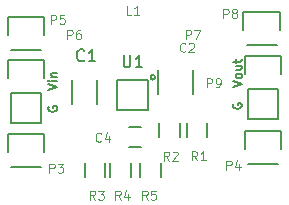
<source format=gto>
G04 #@! TF.FileFunction,Legend,Top*
%FSLAX46Y46*%
G04 Gerber Fmt 4.6, Leading zero omitted, Abs format (unit mm)*
G04 Created by KiCad (PCBNEW 0.201508140901+6091~28~ubuntu14.04.1-product) date Thu 22 Oct 2015 10:39:48 PM CEST*
%MOMM*%
G01*
G04 APERTURE LIST*
%ADD10C,0.127000*%
%ADD11C,0.150000*%
%ADD12C,0.101600*%
G04 APERTURE END LIST*
D10*
X154305000Y-95467715D02*
X154268714Y-95540286D01*
X154268714Y-95649143D01*
X154305000Y-95758000D01*
X154377571Y-95830572D01*
X154450143Y-95866857D01*
X154595286Y-95903143D01*
X154704143Y-95903143D01*
X154849286Y-95866857D01*
X154921857Y-95830572D01*
X154994429Y-95758000D01*
X155030714Y-95649143D01*
X155030714Y-95576572D01*
X154994429Y-95467715D01*
X154958143Y-95431429D01*
X154704143Y-95431429D01*
X154704143Y-95576572D01*
X154268714Y-94052573D02*
X155030714Y-93798573D01*
X154268714Y-93544573D01*
X155030714Y-93181715D02*
X154994429Y-93254287D01*
X154958143Y-93290572D01*
X154885571Y-93326858D01*
X154667857Y-93326858D01*
X154595286Y-93290572D01*
X154559000Y-93254287D01*
X154522714Y-93181715D01*
X154522714Y-93072858D01*
X154559000Y-93000287D01*
X154595286Y-92964001D01*
X154667857Y-92927715D01*
X154885571Y-92927715D01*
X154958143Y-92964001D01*
X154994429Y-93000287D01*
X155030714Y-93072858D01*
X155030714Y-93181715D01*
X154522714Y-92274572D02*
X155030714Y-92274572D01*
X154522714Y-92601143D02*
X154921857Y-92601143D01*
X154994429Y-92564858D01*
X155030714Y-92492286D01*
X155030714Y-92383429D01*
X154994429Y-92310858D01*
X154958143Y-92274572D01*
X154522714Y-92020572D02*
X154522714Y-91730286D01*
X154268714Y-91911714D02*
X154921857Y-91911714D01*
X154994429Y-91875429D01*
X155030714Y-91802857D01*
X155030714Y-91730286D01*
X138684000Y-95721714D02*
X138647714Y-95794285D01*
X138647714Y-95903142D01*
X138684000Y-96011999D01*
X138756571Y-96084571D01*
X138829143Y-96120856D01*
X138974286Y-96157142D01*
X139083143Y-96157142D01*
X139228286Y-96120856D01*
X139300857Y-96084571D01*
X139373429Y-96011999D01*
X139409714Y-95903142D01*
X139409714Y-95830571D01*
X139373429Y-95721714D01*
X139337143Y-95685428D01*
X139083143Y-95685428D01*
X139083143Y-95830571D01*
X138647714Y-94306572D02*
X139409714Y-94052572D01*
X138647714Y-93798572D01*
X139409714Y-93544571D02*
X138901714Y-93544571D01*
X138647714Y-93544571D02*
X138684000Y-93580857D01*
X138720286Y-93544571D01*
X138684000Y-93508286D01*
X138647714Y-93544571D01*
X138720286Y-93544571D01*
X138901714Y-93181714D02*
X139409714Y-93181714D01*
X138974286Y-93181714D02*
X138938000Y-93145429D01*
X138901714Y-93072857D01*
X138901714Y-92964000D01*
X138938000Y-92891429D01*
X139010571Y-92855143D01*
X139409714Y-92855143D01*
D11*
X150877800Y-94649800D02*
X150877800Y-92649800D01*
X147927800Y-92649800D02*
X147927800Y-94649800D01*
X146473800Y-97448000D02*
X145473800Y-97448000D01*
X145473800Y-99148000D02*
X146473800Y-99148000D01*
X138049000Y-94615000D02*
X138049000Y-97155000D01*
X138329000Y-91795000D02*
X138329000Y-93345000D01*
X138049000Y-94615000D02*
X135509000Y-94615000D01*
X135229000Y-93345000D02*
X135229000Y-91795000D01*
X135229000Y-91795000D02*
X138329000Y-91795000D01*
X135509000Y-94615000D02*
X135509000Y-97155000D01*
X135509000Y-97155000D02*
X138049000Y-97155000D01*
X158115000Y-94234000D02*
X158115000Y-96774000D01*
X158395000Y-91414000D02*
X158395000Y-92964000D01*
X158115000Y-94234000D02*
X155575000Y-94234000D01*
X155295000Y-92964000D02*
X155295000Y-91414000D01*
X155295000Y-91414000D02*
X158395000Y-91414000D01*
X155575000Y-94234000D02*
X155575000Y-96774000D01*
X155575000Y-96774000D02*
X158115000Y-96774000D01*
X138329000Y-98018000D02*
X138329000Y-99568000D01*
X135229000Y-99568000D02*
X135229000Y-98018000D01*
X135229000Y-98018000D02*
X138329000Y-98018000D01*
X135509000Y-100838000D02*
X138049000Y-100838000D01*
X158395000Y-97764000D02*
X158395000Y-99314000D01*
X155295000Y-99314000D02*
X155295000Y-97764000D01*
X155295000Y-97764000D02*
X158395000Y-97764000D01*
X155575000Y-100584000D02*
X158115000Y-100584000D01*
X138329000Y-88112000D02*
X138329000Y-89662000D01*
X135229000Y-89662000D02*
X135229000Y-88112000D01*
X135229000Y-88112000D02*
X138329000Y-88112000D01*
X135509000Y-90932000D02*
X138049000Y-90932000D01*
X158268000Y-87731000D02*
X158268000Y-89281000D01*
X155168000Y-89281000D02*
X155168000Y-87731000D01*
X155168000Y-87731000D02*
X158268000Y-87731000D01*
X155448000Y-90551000D02*
X157988000Y-90551000D01*
X152132000Y-97088400D02*
X152132000Y-98288400D01*
X150382000Y-98288400D02*
X150382000Y-97088400D01*
X148070600Y-98313800D02*
X148070600Y-97113800D01*
X149820600Y-97113800D02*
X149820600Y-98313800D01*
X141746000Y-101692000D02*
X141746000Y-100492000D01*
X143496000Y-100492000D02*
X143496000Y-101692000D01*
X145655000Y-100492000D02*
X145655000Y-101692000D01*
X143905000Y-101692000D02*
X143905000Y-100492000D01*
X148195000Y-100492000D02*
X148195000Y-101692000D01*
X146445000Y-101692000D02*
X146445000Y-100492000D01*
X144507200Y-96046800D02*
X144507200Y-93446800D01*
X144507200Y-93446800D02*
X147107200Y-93446800D01*
X147107200Y-93446800D02*
X147107200Y-96046800D01*
X147107200Y-96046800D02*
X144507200Y-96046800D01*
X147707200Y-93246800D02*
G75*
G03X147707200Y-93246800I-200000J0D01*
G01*
X142757000Y-95488000D02*
X142757000Y-93488000D01*
X140707000Y-93488000D02*
X140707000Y-95488000D01*
D12*
X150266400Y-91026343D02*
X150230114Y-91062629D01*
X150121257Y-91098914D01*
X150048686Y-91098914D01*
X149939829Y-91062629D01*
X149867257Y-90990057D01*
X149830972Y-90917486D01*
X149794686Y-90772343D01*
X149794686Y-90663486D01*
X149830972Y-90518343D01*
X149867257Y-90445771D01*
X149939829Y-90373200D01*
X150048686Y-90336914D01*
X150121257Y-90336914D01*
X150230114Y-90373200D01*
X150266400Y-90409486D01*
X150556686Y-90409486D02*
X150592972Y-90373200D01*
X150665543Y-90336914D01*
X150846972Y-90336914D01*
X150919543Y-90373200D01*
X150955829Y-90409486D01*
X150992114Y-90482057D01*
X150992114Y-90554629D01*
X150955829Y-90663486D01*
X150520400Y-91098914D01*
X150992114Y-91098914D01*
X143129000Y-98646343D02*
X143092714Y-98682629D01*
X142983857Y-98718914D01*
X142911286Y-98718914D01*
X142802429Y-98682629D01*
X142729857Y-98610057D01*
X142693572Y-98537486D01*
X142657286Y-98392343D01*
X142657286Y-98283486D01*
X142693572Y-98138343D01*
X142729857Y-98065771D01*
X142802429Y-97993200D01*
X142911286Y-97956914D01*
X142983857Y-97956914D01*
X143092714Y-97993200D01*
X143129000Y-98029486D01*
X143782143Y-98210914D02*
X143782143Y-98718914D01*
X143600714Y-97920629D02*
X143419286Y-98464914D01*
X143891000Y-98464914D01*
X145694401Y-87949314D02*
X145331544Y-87949314D01*
X145331544Y-87187314D01*
X146347543Y-87949314D02*
X145912115Y-87949314D01*
X146129829Y-87949314D02*
X146129829Y-87187314D01*
X146057258Y-87296171D01*
X145984686Y-87368743D01*
X145912115Y-87405029D01*
X138756572Y-101309714D02*
X138756572Y-100547714D01*
X139046857Y-100547714D01*
X139119429Y-100584000D01*
X139155714Y-100620286D01*
X139192000Y-100692857D01*
X139192000Y-100801714D01*
X139155714Y-100874286D01*
X139119429Y-100910571D01*
X139046857Y-100946857D01*
X138756572Y-100946857D01*
X139446000Y-100547714D02*
X139917714Y-100547714D01*
X139663714Y-100838000D01*
X139772572Y-100838000D01*
X139845143Y-100874286D01*
X139881429Y-100910571D01*
X139917714Y-100983143D01*
X139917714Y-101164571D01*
X139881429Y-101237143D01*
X139845143Y-101273429D01*
X139772572Y-101309714D01*
X139554857Y-101309714D01*
X139482286Y-101273429D01*
X139446000Y-101237143D01*
X153742572Y-101055714D02*
X153742572Y-100293714D01*
X154032857Y-100293714D01*
X154105429Y-100330000D01*
X154141714Y-100366286D01*
X154178000Y-100438857D01*
X154178000Y-100547714D01*
X154141714Y-100620286D01*
X154105429Y-100656571D01*
X154032857Y-100692857D01*
X153742572Y-100692857D01*
X154831143Y-100547714D02*
X154831143Y-101055714D01*
X154649714Y-100257429D02*
X154468286Y-100801714D01*
X154940000Y-100801714D01*
X138883572Y-88736714D02*
X138883572Y-87974714D01*
X139173857Y-87974714D01*
X139246429Y-88011000D01*
X139282714Y-88047286D01*
X139319000Y-88119857D01*
X139319000Y-88228714D01*
X139282714Y-88301286D01*
X139246429Y-88337571D01*
X139173857Y-88373857D01*
X138883572Y-88373857D01*
X140008429Y-87974714D02*
X139645572Y-87974714D01*
X139609286Y-88337571D01*
X139645572Y-88301286D01*
X139718143Y-88265000D01*
X139899572Y-88265000D01*
X139972143Y-88301286D01*
X140008429Y-88337571D01*
X140044714Y-88410143D01*
X140044714Y-88591571D01*
X140008429Y-88664143D01*
X139972143Y-88700429D01*
X139899572Y-88736714D01*
X139718143Y-88736714D01*
X139645572Y-88700429D01*
X139609286Y-88664143D01*
X153488572Y-88228714D02*
X153488572Y-87466714D01*
X153778857Y-87466714D01*
X153851429Y-87503000D01*
X153887714Y-87539286D01*
X153924000Y-87611857D01*
X153924000Y-87720714D01*
X153887714Y-87793286D01*
X153851429Y-87829571D01*
X153778857Y-87865857D01*
X153488572Y-87865857D01*
X154359429Y-87793286D02*
X154286857Y-87757000D01*
X154250572Y-87720714D01*
X154214286Y-87648143D01*
X154214286Y-87611857D01*
X154250572Y-87539286D01*
X154286857Y-87503000D01*
X154359429Y-87466714D01*
X154504572Y-87466714D01*
X154577143Y-87503000D01*
X154613429Y-87539286D01*
X154649714Y-87611857D01*
X154649714Y-87648143D01*
X154613429Y-87720714D01*
X154577143Y-87757000D01*
X154504572Y-87793286D01*
X154359429Y-87793286D01*
X154286857Y-87829571D01*
X154250572Y-87865857D01*
X154214286Y-87938429D01*
X154214286Y-88083571D01*
X154250572Y-88156143D01*
X154286857Y-88192429D01*
X154359429Y-88228714D01*
X154504572Y-88228714D01*
X154577143Y-88192429D01*
X154613429Y-88156143D01*
X154649714Y-88083571D01*
X154649714Y-87938429D01*
X154613429Y-87865857D01*
X154577143Y-87829571D01*
X154504572Y-87793286D01*
X151257000Y-100268314D02*
X151003000Y-99905457D01*
X150821572Y-100268314D02*
X150821572Y-99506314D01*
X151111857Y-99506314D01*
X151184429Y-99542600D01*
X151220714Y-99578886D01*
X151257000Y-99651457D01*
X151257000Y-99760314D01*
X151220714Y-99832886D01*
X151184429Y-99869171D01*
X151111857Y-99905457D01*
X150821572Y-99905457D01*
X151982714Y-100268314D02*
X151547286Y-100268314D01*
X151765000Y-100268314D02*
X151765000Y-99506314D01*
X151692429Y-99615171D01*
X151619857Y-99687743D01*
X151547286Y-99724029D01*
X148894800Y-100293714D02*
X148640800Y-99930857D01*
X148459372Y-100293714D02*
X148459372Y-99531714D01*
X148749657Y-99531714D01*
X148822229Y-99568000D01*
X148858514Y-99604286D01*
X148894800Y-99676857D01*
X148894800Y-99785714D01*
X148858514Y-99858286D01*
X148822229Y-99894571D01*
X148749657Y-99930857D01*
X148459372Y-99930857D01*
X149185086Y-99604286D02*
X149221372Y-99568000D01*
X149293943Y-99531714D01*
X149475372Y-99531714D01*
X149547943Y-99568000D01*
X149584229Y-99604286D01*
X149620514Y-99676857D01*
X149620514Y-99749429D01*
X149584229Y-99858286D01*
X149148800Y-100293714D01*
X149620514Y-100293714D01*
X142621000Y-103595714D02*
X142367000Y-103232857D01*
X142185572Y-103595714D02*
X142185572Y-102833714D01*
X142475857Y-102833714D01*
X142548429Y-102870000D01*
X142584714Y-102906286D01*
X142621000Y-102978857D01*
X142621000Y-103087714D01*
X142584714Y-103160286D01*
X142548429Y-103196571D01*
X142475857Y-103232857D01*
X142185572Y-103232857D01*
X142875000Y-102833714D02*
X143346714Y-102833714D01*
X143092714Y-103124000D01*
X143201572Y-103124000D01*
X143274143Y-103160286D01*
X143310429Y-103196571D01*
X143346714Y-103269143D01*
X143346714Y-103450571D01*
X143310429Y-103523143D01*
X143274143Y-103559429D01*
X143201572Y-103595714D01*
X142983857Y-103595714D01*
X142911286Y-103559429D01*
X142875000Y-103523143D01*
X144780000Y-103595714D02*
X144526000Y-103232857D01*
X144344572Y-103595714D02*
X144344572Y-102833714D01*
X144634857Y-102833714D01*
X144707429Y-102870000D01*
X144743714Y-102906286D01*
X144780000Y-102978857D01*
X144780000Y-103087714D01*
X144743714Y-103160286D01*
X144707429Y-103196571D01*
X144634857Y-103232857D01*
X144344572Y-103232857D01*
X145433143Y-103087714D02*
X145433143Y-103595714D01*
X145251714Y-102797429D02*
X145070286Y-103341714D01*
X145542000Y-103341714D01*
X147066000Y-103595714D02*
X146812000Y-103232857D01*
X146630572Y-103595714D02*
X146630572Y-102833714D01*
X146920857Y-102833714D01*
X146993429Y-102870000D01*
X147029714Y-102906286D01*
X147066000Y-102978857D01*
X147066000Y-103087714D01*
X147029714Y-103160286D01*
X146993429Y-103196571D01*
X146920857Y-103232857D01*
X146630572Y-103232857D01*
X147755429Y-102833714D02*
X147392572Y-102833714D01*
X147356286Y-103196571D01*
X147392572Y-103160286D01*
X147465143Y-103124000D01*
X147646572Y-103124000D01*
X147719143Y-103160286D01*
X147755429Y-103196571D01*
X147791714Y-103269143D01*
X147791714Y-103450571D01*
X147755429Y-103523143D01*
X147719143Y-103559429D01*
X147646572Y-103595714D01*
X147465143Y-103595714D01*
X147392572Y-103559429D01*
X147356286Y-103523143D01*
X140280572Y-90006714D02*
X140280572Y-89244714D01*
X140570857Y-89244714D01*
X140643429Y-89281000D01*
X140679714Y-89317286D01*
X140716000Y-89389857D01*
X140716000Y-89498714D01*
X140679714Y-89571286D01*
X140643429Y-89607571D01*
X140570857Y-89643857D01*
X140280572Y-89643857D01*
X141369143Y-89244714D02*
X141224000Y-89244714D01*
X141151429Y-89281000D01*
X141115143Y-89317286D01*
X141042572Y-89426143D01*
X141006286Y-89571286D01*
X141006286Y-89861571D01*
X141042572Y-89934143D01*
X141078857Y-89970429D01*
X141151429Y-90006714D01*
X141296572Y-90006714D01*
X141369143Y-89970429D01*
X141405429Y-89934143D01*
X141441714Y-89861571D01*
X141441714Y-89680143D01*
X141405429Y-89607571D01*
X141369143Y-89571286D01*
X141296572Y-89535000D01*
X141151429Y-89535000D01*
X141078857Y-89571286D01*
X141042572Y-89607571D01*
X141006286Y-89680143D01*
X150313572Y-90006714D02*
X150313572Y-89244714D01*
X150603857Y-89244714D01*
X150676429Y-89281000D01*
X150712714Y-89317286D01*
X150749000Y-89389857D01*
X150749000Y-89498714D01*
X150712714Y-89571286D01*
X150676429Y-89607571D01*
X150603857Y-89643857D01*
X150313572Y-89643857D01*
X151003000Y-89244714D02*
X151511000Y-89244714D01*
X151184429Y-90006714D01*
X152091572Y-94096114D02*
X152091572Y-93334114D01*
X152381857Y-93334114D01*
X152454429Y-93370400D01*
X152490714Y-93406686D01*
X152527000Y-93479257D01*
X152527000Y-93588114D01*
X152490714Y-93660686D01*
X152454429Y-93696971D01*
X152381857Y-93733257D01*
X152091572Y-93733257D01*
X152889857Y-94096114D02*
X153035000Y-94096114D01*
X153107572Y-94059829D01*
X153143857Y-94023543D01*
X153216429Y-93914686D01*
X153252714Y-93769543D01*
X153252714Y-93479257D01*
X153216429Y-93406686D01*
X153180143Y-93370400D01*
X153107572Y-93334114D01*
X152962429Y-93334114D01*
X152889857Y-93370400D01*
X152853572Y-93406686D01*
X152817286Y-93479257D01*
X152817286Y-93660686D01*
X152853572Y-93733257D01*
X152889857Y-93769543D01*
X152962429Y-93805829D01*
X153107572Y-93805829D01*
X153180143Y-93769543D01*
X153216429Y-93733257D01*
X153252714Y-93660686D01*
D11*
X145045295Y-91399181D02*
X145045295Y-92208705D01*
X145092914Y-92303943D01*
X145140533Y-92351562D01*
X145235771Y-92399181D01*
X145426248Y-92399181D01*
X145521486Y-92351562D01*
X145569105Y-92303943D01*
X145616724Y-92208705D01*
X145616724Y-91399181D01*
X146616724Y-92399181D02*
X146045295Y-92399181D01*
X146331009Y-92399181D02*
X146331009Y-91399181D01*
X146235771Y-91542038D01*
X146140533Y-91637276D01*
X146045295Y-91684895D01*
X141692334Y-91797143D02*
X141644715Y-91844762D01*
X141501858Y-91892381D01*
X141406620Y-91892381D01*
X141263762Y-91844762D01*
X141168524Y-91749524D01*
X141120905Y-91654286D01*
X141073286Y-91463810D01*
X141073286Y-91320952D01*
X141120905Y-91130476D01*
X141168524Y-91035238D01*
X141263762Y-90940000D01*
X141406620Y-90892381D01*
X141501858Y-90892381D01*
X141644715Y-90940000D01*
X141692334Y-90987619D01*
X142644715Y-91892381D02*
X142073286Y-91892381D01*
X142359000Y-91892381D02*
X142359000Y-90892381D01*
X142263762Y-91035238D01*
X142168524Y-91130476D01*
X142073286Y-91178095D01*
M02*

</source>
